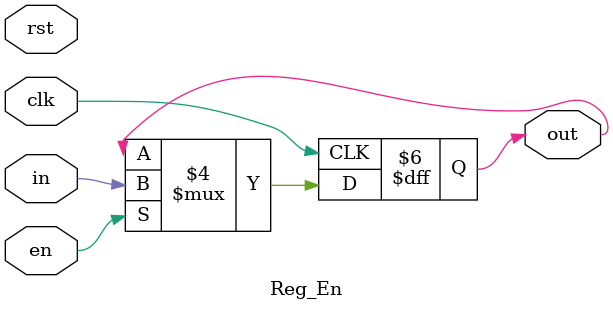
<source format=v>
`timescale 1ns / 1ps


module Reg_En #(parameter WL = 1)
                (input clk, en, rst,
                    input signed [WL-1:0] in,
                    output reg signed [WL-1:0] out);
    initial out = 0;
    always @(posedge clk) 
        if(en) out = in;
endmodule

</source>
